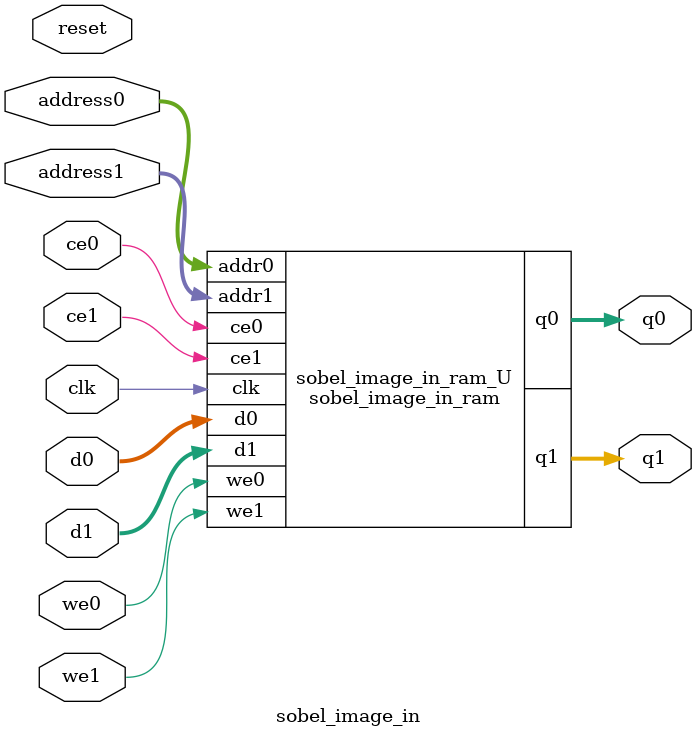
<source format=v>

`timescale 1 ns / 1 ps
module sobel_image_in_ram (addr0, ce0, d0, we0, q0, addr1, ce1, d1, we1, q1,  clk);

parameter DWIDTH = 8;
parameter AWIDTH = 18;
parameter MEM_SIZE = 133120;

input[AWIDTH-1:0] addr0;
input ce0;
input[DWIDTH-1:0] d0;
input we0;
output reg[DWIDTH-1:0] q0;
input[AWIDTH-1:0] addr1;
input ce1;
input[DWIDTH-1:0] d1;
input we1;
output reg[DWIDTH-1:0] q1;
input clk;

(* ram_style = "block" *)reg [DWIDTH-1:0] ram[0:MEM_SIZE-1];




always @(posedge clk)  
begin 
    if (ce0) 
    begin
        if (we0) 
        begin 
            ram[addr0] <= d0; 
            q0 <= d0;
        end 
        else 
            q0 <= ram[addr0];
    end
end


always @(posedge clk)  
begin 
    if (ce1) 
    begin
        if (we1) 
        begin 
            ram[addr1] <= d1; 
            q1 <= d1;
        end 
        else 
            q1 <= ram[addr1];
    end
end


endmodule


`timescale 1 ns / 1 ps
module sobel_image_in(
    reset,
    clk,
    address0,
    ce0,
    we0,
    d0,
    q0,
    address1,
    ce1,
    we1,
    d1,
    q1);

parameter DataWidth = 32'd8;
parameter AddressRange = 32'd133120;
parameter AddressWidth = 32'd18;
input reset;
input clk;
input[AddressWidth - 1:0] address0;
input ce0;
input we0;
input[DataWidth - 1:0] d0;
output[DataWidth - 1:0] q0;
input[AddressWidth - 1:0] address1;
input ce1;
input we1;
input[DataWidth - 1:0] d1;
output[DataWidth - 1:0] q1;



sobel_image_in_ram sobel_image_in_ram_U(
    .clk( clk ),
    .addr0( address0 ),
    .ce0( ce0 ),
    .d0( d0 ),
    .we0( we0 ),
    .q0( q0 ),
    .addr1( address1 ),
    .ce1( ce1 ),
    .d1( d1 ),
    .we1( we1 ),
    .q1( q1 ));

endmodule


</source>
